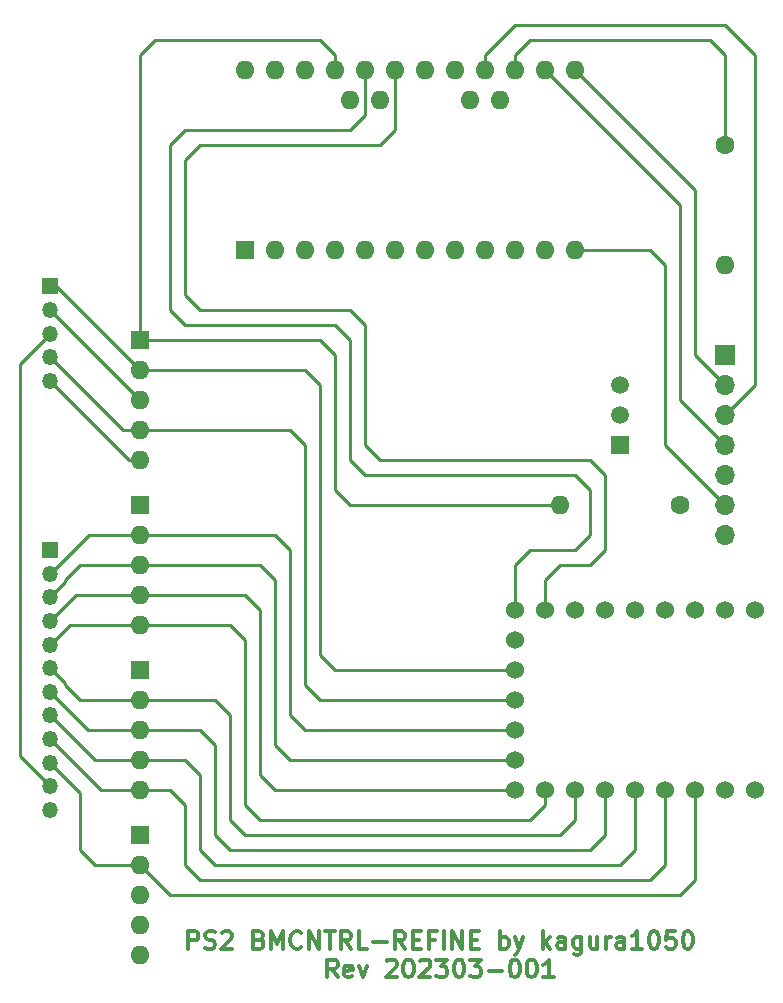
<source format=gtl>
G04 #@! TF.GenerationSoftware,KiCad,Pcbnew,(6.0.1)*
G04 #@! TF.CreationDate,2023-03-09T23:42:47+09:00*
G04 #@! TF.ProjectId,iidx_pcb,69696478-5f70-4636-922e-6b696361645f,rev?*
G04 #@! TF.SameCoordinates,Original*
G04 #@! TF.FileFunction,Copper,L1,Top*
G04 #@! TF.FilePolarity,Positive*
%FSLAX46Y46*%
G04 Gerber Fmt 4.6, Leading zero omitted, Abs format (unit mm)*
G04 Created by KiCad (PCBNEW (6.0.1)) date 2023-03-09 23:42:47*
%MOMM*%
%LPD*%
G01*
G04 APERTURE LIST*
%ADD10C,0.300000*%
G04 #@! TA.AperFunction,NonConductor*
%ADD11C,0.300000*%
G04 #@! TD*
G04 #@! TA.AperFunction,ComponentPad*
%ADD12C,1.600000*%
G04 #@! TD*
G04 #@! TA.AperFunction,ComponentPad*
%ADD13O,1.600000X1.600000*%
G04 #@! TD*
G04 #@! TA.AperFunction,ComponentPad*
%ADD14R,1.600000X1.600000*%
G04 #@! TD*
G04 #@! TA.AperFunction,ComponentPad*
%ADD15C,1.524000*%
G04 #@! TD*
G04 #@! TA.AperFunction,ComponentPad*
%ADD16R,1.700000X1.700000*%
G04 #@! TD*
G04 #@! TA.AperFunction,ComponentPad*
%ADD17O,1.700000X1.700000*%
G04 #@! TD*
G04 #@! TA.AperFunction,ComponentPad*
%ADD18R,1.350000X1.350000*%
G04 #@! TD*
G04 #@! TA.AperFunction,ComponentPad*
%ADD19O,1.350000X1.350000*%
G04 #@! TD*
G04 #@! TA.AperFunction,ComponentPad*
%ADD20R,1.500000X1.500000*%
G04 #@! TD*
G04 #@! TA.AperFunction,ComponentPad*
%ADD21C,1.500000*%
G04 #@! TD*
G04 #@! TA.AperFunction,Conductor*
%ADD22C,0.250000*%
G04 #@! TD*
G04 APERTURE END LIST*
D10*
D11*
X62498571Y-148061071D02*
X62498571Y-146561071D01*
X63069999Y-146561071D01*
X63212857Y-146632500D01*
X63284285Y-146703928D01*
X63355714Y-146846785D01*
X63355714Y-147061071D01*
X63284285Y-147203928D01*
X63212857Y-147275357D01*
X63069999Y-147346785D01*
X62498571Y-147346785D01*
X63927142Y-147989642D02*
X64141428Y-148061071D01*
X64498571Y-148061071D01*
X64641428Y-147989642D01*
X64712857Y-147918214D01*
X64784285Y-147775357D01*
X64784285Y-147632500D01*
X64712857Y-147489642D01*
X64641428Y-147418214D01*
X64498571Y-147346785D01*
X64212857Y-147275357D01*
X64069999Y-147203928D01*
X63998571Y-147132500D01*
X63927142Y-146989642D01*
X63927142Y-146846785D01*
X63998571Y-146703928D01*
X64069999Y-146632500D01*
X64212857Y-146561071D01*
X64569999Y-146561071D01*
X64784285Y-146632500D01*
X65355714Y-146703928D02*
X65427142Y-146632500D01*
X65569999Y-146561071D01*
X65927142Y-146561071D01*
X66069999Y-146632500D01*
X66141428Y-146703928D01*
X66212857Y-146846785D01*
X66212857Y-146989642D01*
X66141428Y-147203928D01*
X65284285Y-148061071D01*
X66212857Y-148061071D01*
X68498571Y-147275357D02*
X68712857Y-147346785D01*
X68784285Y-147418214D01*
X68855714Y-147561071D01*
X68855714Y-147775357D01*
X68784285Y-147918214D01*
X68712857Y-147989642D01*
X68570000Y-148061071D01*
X67998571Y-148061071D01*
X67998571Y-146561071D01*
X68498571Y-146561071D01*
X68641428Y-146632500D01*
X68712857Y-146703928D01*
X68784285Y-146846785D01*
X68784285Y-146989642D01*
X68712857Y-147132500D01*
X68641428Y-147203928D01*
X68498571Y-147275357D01*
X67998571Y-147275357D01*
X69498571Y-148061071D02*
X69498571Y-146561071D01*
X69998571Y-147632500D01*
X70498571Y-146561071D01*
X70498571Y-148061071D01*
X72070000Y-147918214D02*
X71998571Y-147989642D01*
X71784285Y-148061071D01*
X71641428Y-148061071D01*
X71427142Y-147989642D01*
X71284285Y-147846785D01*
X71212857Y-147703928D01*
X71141428Y-147418214D01*
X71141428Y-147203928D01*
X71212857Y-146918214D01*
X71284285Y-146775357D01*
X71427142Y-146632500D01*
X71641428Y-146561071D01*
X71784285Y-146561071D01*
X71998571Y-146632500D01*
X72070000Y-146703928D01*
X72712857Y-148061071D02*
X72712857Y-146561071D01*
X73570000Y-148061071D01*
X73570000Y-146561071D01*
X74070000Y-146561071D02*
X74927142Y-146561071D01*
X74498571Y-148061071D02*
X74498571Y-146561071D01*
X76284285Y-148061071D02*
X75784285Y-147346785D01*
X75427142Y-148061071D02*
X75427142Y-146561071D01*
X75998571Y-146561071D01*
X76141428Y-146632500D01*
X76212857Y-146703928D01*
X76284285Y-146846785D01*
X76284285Y-147061071D01*
X76212857Y-147203928D01*
X76141428Y-147275357D01*
X75998571Y-147346785D01*
X75427142Y-147346785D01*
X77641428Y-148061071D02*
X76927142Y-148061071D01*
X76927142Y-146561071D01*
X78141428Y-147489642D02*
X79284285Y-147489642D01*
X80855714Y-148061071D02*
X80355714Y-147346785D01*
X79998571Y-148061071D02*
X79998571Y-146561071D01*
X80570000Y-146561071D01*
X80712857Y-146632500D01*
X80784285Y-146703928D01*
X80855714Y-146846785D01*
X80855714Y-147061071D01*
X80784285Y-147203928D01*
X80712857Y-147275357D01*
X80570000Y-147346785D01*
X79998571Y-147346785D01*
X81498571Y-147275357D02*
X81998571Y-147275357D01*
X82212857Y-148061071D02*
X81498571Y-148061071D01*
X81498571Y-146561071D01*
X82212857Y-146561071D01*
X83355714Y-147275357D02*
X82855714Y-147275357D01*
X82855714Y-148061071D02*
X82855714Y-146561071D01*
X83570000Y-146561071D01*
X84141428Y-148061071D02*
X84141428Y-146561071D01*
X84855714Y-148061071D02*
X84855714Y-146561071D01*
X85712857Y-148061071D01*
X85712857Y-146561071D01*
X86427142Y-147275357D02*
X86927142Y-147275357D01*
X87141428Y-148061071D02*
X86427142Y-148061071D01*
X86427142Y-146561071D01*
X87141428Y-146561071D01*
X88927142Y-148061071D02*
X88927142Y-146561071D01*
X88927142Y-147132500D02*
X89070000Y-147061071D01*
X89355714Y-147061071D01*
X89498571Y-147132500D01*
X89570000Y-147203928D01*
X89641428Y-147346785D01*
X89641428Y-147775357D01*
X89570000Y-147918214D01*
X89498571Y-147989642D01*
X89355714Y-148061071D01*
X89070000Y-148061071D01*
X88927142Y-147989642D01*
X90141428Y-147061071D02*
X90498571Y-148061071D01*
X90855714Y-147061071D02*
X90498571Y-148061071D01*
X90355714Y-148418214D01*
X90284285Y-148489642D01*
X90141428Y-148561071D01*
X92570000Y-148061071D02*
X92570000Y-146561071D01*
X92712857Y-147489642D02*
X93141428Y-148061071D01*
X93141428Y-147061071D02*
X92570000Y-147632500D01*
X94427142Y-148061071D02*
X94427142Y-147275357D01*
X94355714Y-147132500D01*
X94212857Y-147061071D01*
X93927142Y-147061071D01*
X93784285Y-147132500D01*
X94427142Y-147989642D02*
X94284285Y-148061071D01*
X93927142Y-148061071D01*
X93784285Y-147989642D01*
X93712857Y-147846785D01*
X93712857Y-147703928D01*
X93784285Y-147561071D01*
X93927142Y-147489642D01*
X94284285Y-147489642D01*
X94427142Y-147418214D01*
X95784285Y-147061071D02*
X95784285Y-148275357D01*
X95712857Y-148418214D01*
X95641428Y-148489642D01*
X95498571Y-148561071D01*
X95284285Y-148561071D01*
X95141428Y-148489642D01*
X95784285Y-147989642D02*
X95641428Y-148061071D01*
X95355714Y-148061071D01*
X95212857Y-147989642D01*
X95141428Y-147918214D01*
X95070000Y-147775357D01*
X95070000Y-147346785D01*
X95141428Y-147203928D01*
X95212857Y-147132500D01*
X95355714Y-147061071D01*
X95641428Y-147061071D01*
X95784285Y-147132500D01*
X97141428Y-147061071D02*
X97141428Y-148061071D01*
X96498571Y-147061071D02*
X96498571Y-147846785D01*
X96569999Y-147989642D01*
X96712857Y-148061071D01*
X96927142Y-148061071D01*
X97069999Y-147989642D01*
X97141428Y-147918214D01*
X97855714Y-148061071D02*
X97855714Y-147061071D01*
X97855714Y-147346785D02*
X97927142Y-147203928D01*
X97998571Y-147132500D01*
X98141428Y-147061071D01*
X98284285Y-147061071D01*
X99427142Y-148061071D02*
X99427142Y-147275357D01*
X99355714Y-147132500D01*
X99212857Y-147061071D01*
X98927142Y-147061071D01*
X98784285Y-147132500D01*
X99427142Y-147989642D02*
X99284285Y-148061071D01*
X98927142Y-148061071D01*
X98784285Y-147989642D01*
X98712857Y-147846785D01*
X98712857Y-147703928D01*
X98784285Y-147561071D01*
X98927142Y-147489642D01*
X99284285Y-147489642D01*
X99427142Y-147418214D01*
X100927142Y-148061071D02*
X100069999Y-148061071D01*
X100498571Y-148061071D02*
X100498571Y-146561071D01*
X100355714Y-146775357D01*
X100212857Y-146918214D01*
X100069999Y-146989642D01*
X101855714Y-146561071D02*
X101998571Y-146561071D01*
X102141428Y-146632500D01*
X102212857Y-146703928D01*
X102284285Y-146846785D01*
X102355714Y-147132500D01*
X102355714Y-147489642D01*
X102284285Y-147775357D01*
X102212857Y-147918214D01*
X102141428Y-147989642D01*
X101998571Y-148061071D01*
X101855714Y-148061071D01*
X101712857Y-147989642D01*
X101641428Y-147918214D01*
X101569999Y-147775357D01*
X101498571Y-147489642D01*
X101498571Y-147132500D01*
X101569999Y-146846785D01*
X101641428Y-146703928D01*
X101712857Y-146632500D01*
X101855714Y-146561071D01*
X103712857Y-146561071D02*
X102998571Y-146561071D01*
X102927142Y-147275357D01*
X102998571Y-147203928D01*
X103141428Y-147132500D01*
X103498571Y-147132500D01*
X103641428Y-147203928D01*
X103712857Y-147275357D01*
X103784285Y-147418214D01*
X103784285Y-147775357D01*
X103712857Y-147918214D01*
X103641428Y-147989642D01*
X103498571Y-148061071D01*
X103141428Y-148061071D01*
X102998571Y-147989642D01*
X102927142Y-147918214D01*
X104712857Y-146561071D02*
X104855714Y-146561071D01*
X104998571Y-146632500D01*
X105069999Y-146703928D01*
X105141428Y-146846785D01*
X105212857Y-147132500D01*
X105212857Y-147489642D01*
X105141428Y-147775357D01*
X105069999Y-147918214D01*
X104998571Y-147989642D01*
X104855714Y-148061071D01*
X104712857Y-148061071D01*
X104569999Y-147989642D01*
X104498571Y-147918214D01*
X104427142Y-147775357D01*
X104355714Y-147489642D01*
X104355714Y-147132500D01*
X104427142Y-146846785D01*
X104498571Y-146703928D01*
X104569999Y-146632500D01*
X104712857Y-146561071D01*
X75141428Y-150476071D02*
X74641428Y-149761785D01*
X74284285Y-150476071D02*
X74284285Y-148976071D01*
X74855714Y-148976071D01*
X74998571Y-149047500D01*
X75070000Y-149118928D01*
X75141428Y-149261785D01*
X75141428Y-149476071D01*
X75070000Y-149618928D01*
X74998571Y-149690357D01*
X74855714Y-149761785D01*
X74284285Y-149761785D01*
X76355714Y-150404642D02*
X76212857Y-150476071D01*
X75927142Y-150476071D01*
X75784285Y-150404642D01*
X75712857Y-150261785D01*
X75712857Y-149690357D01*
X75784285Y-149547500D01*
X75927142Y-149476071D01*
X76212857Y-149476071D01*
X76355714Y-149547500D01*
X76427142Y-149690357D01*
X76427142Y-149833214D01*
X75712857Y-149976071D01*
X76927142Y-149476071D02*
X77284285Y-150476071D01*
X77641428Y-149476071D01*
X79284285Y-149118928D02*
X79355714Y-149047500D01*
X79498571Y-148976071D01*
X79855714Y-148976071D01*
X79998571Y-149047500D01*
X80070000Y-149118928D01*
X80141428Y-149261785D01*
X80141428Y-149404642D01*
X80070000Y-149618928D01*
X79212857Y-150476071D01*
X80141428Y-150476071D01*
X81070000Y-148976071D02*
X81212857Y-148976071D01*
X81355714Y-149047500D01*
X81427142Y-149118928D01*
X81498571Y-149261785D01*
X81570000Y-149547500D01*
X81570000Y-149904642D01*
X81498571Y-150190357D01*
X81427142Y-150333214D01*
X81355714Y-150404642D01*
X81212857Y-150476071D01*
X81070000Y-150476071D01*
X80927142Y-150404642D01*
X80855714Y-150333214D01*
X80784285Y-150190357D01*
X80712857Y-149904642D01*
X80712857Y-149547500D01*
X80784285Y-149261785D01*
X80855714Y-149118928D01*
X80927142Y-149047500D01*
X81070000Y-148976071D01*
X82141428Y-149118928D02*
X82212857Y-149047500D01*
X82355714Y-148976071D01*
X82712857Y-148976071D01*
X82855714Y-149047500D01*
X82927142Y-149118928D01*
X82998571Y-149261785D01*
X82998571Y-149404642D01*
X82927142Y-149618928D01*
X82070000Y-150476071D01*
X82998571Y-150476071D01*
X83498571Y-148976071D02*
X84427142Y-148976071D01*
X83927142Y-149547500D01*
X84141428Y-149547500D01*
X84284285Y-149618928D01*
X84355714Y-149690357D01*
X84427142Y-149833214D01*
X84427142Y-150190357D01*
X84355714Y-150333214D01*
X84284285Y-150404642D01*
X84141428Y-150476071D01*
X83712857Y-150476071D01*
X83570000Y-150404642D01*
X83498571Y-150333214D01*
X85355714Y-148976071D02*
X85498571Y-148976071D01*
X85641428Y-149047500D01*
X85712857Y-149118928D01*
X85784285Y-149261785D01*
X85855714Y-149547500D01*
X85855714Y-149904642D01*
X85784285Y-150190357D01*
X85712857Y-150333214D01*
X85641428Y-150404642D01*
X85498571Y-150476071D01*
X85355714Y-150476071D01*
X85212857Y-150404642D01*
X85141428Y-150333214D01*
X85070000Y-150190357D01*
X84998571Y-149904642D01*
X84998571Y-149547500D01*
X85070000Y-149261785D01*
X85141428Y-149118928D01*
X85212857Y-149047500D01*
X85355714Y-148976071D01*
X86355714Y-148976071D02*
X87284285Y-148976071D01*
X86784285Y-149547500D01*
X86998571Y-149547500D01*
X87141428Y-149618928D01*
X87212857Y-149690357D01*
X87284285Y-149833214D01*
X87284285Y-150190357D01*
X87212857Y-150333214D01*
X87141428Y-150404642D01*
X86998571Y-150476071D01*
X86570000Y-150476071D01*
X86427142Y-150404642D01*
X86355714Y-150333214D01*
X87927142Y-149904642D02*
X89070000Y-149904642D01*
X90070000Y-148976071D02*
X90212857Y-148976071D01*
X90355714Y-149047500D01*
X90427142Y-149118928D01*
X90498571Y-149261785D01*
X90570000Y-149547500D01*
X90570000Y-149904642D01*
X90498571Y-150190357D01*
X90427142Y-150333214D01*
X90355714Y-150404642D01*
X90212857Y-150476071D01*
X90070000Y-150476071D01*
X89927142Y-150404642D01*
X89855714Y-150333214D01*
X89784285Y-150190357D01*
X89712857Y-149904642D01*
X89712857Y-149547500D01*
X89784285Y-149261785D01*
X89855714Y-149118928D01*
X89927142Y-149047500D01*
X90070000Y-148976071D01*
X91498571Y-148976071D02*
X91641428Y-148976071D01*
X91784285Y-149047500D01*
X91855714Y-149118928D01*
X91927142Y-149261785D01*
X91998571Y-149547500D01*
X91998571Y-149904642D01*
X91927142Y-150190357D01*
X91855714Y-150333214D01*
X91784285Y-150404642D01*
X91641428Y-150476071D01*
X91498571Y-150476071D01*
X91355714Y-150404642D01*
X91284285Y-150333214D01*
X91212857Y-150190357D01*
X91141428Y-149904642D01*
X91141428Y-149547500D01*
X91212857Y-149261785D01*
X91284285Y-149118928D01*
X91355714Y-149047500D01*
X91498571Y-148976071D01*
X93427142Y-150476071D02*
X92570000Y-150476071D01*
X92998571Y-150476071D02*
X92998571Y-148976071D01*
X92855714Y-149190357D01*
X92712857Y-149333214D01*
X92570000Y-149404642D01*
D12*
X107950000Y-80010000D03*
D13*
X107950000Y-90170000D03*
D14*
X58420000Y-110490000D03*
D13*
X58420000Y-113030000D03*
X58420000Y-115570000D03*
X58420000Y-118110000D03*
X58420000Y-120650000D03*
D15*
X110490000Y-134620000D03*
X107950000Y-134620000D03*
X105410000Y-134620000D03*
X102870000Y-134620000D03*
X100330000Y-134620000D03*
X97790000Y-134620000D03*
X95250000Y-134620000D03*
X92710000Y-134620000D03*
X90170000Y-134620000D03*
X90170000Y-132080000D03*
X90170000Y-129540000D03*
X90170000Y-127000000D03*
X90170000Y-124460000D03*
X90170000Y-121920000D03*
X90170000Y-119380000D03*
X92710000Y-119380000D03*
X95250000Y-119380000D03*
X97790000Y-119380000D03*
X100330000Y-119380000D03*
X102870000Y-119380000D03*
X105410000Y-119380000D03*
X107950000Y-119380000D03*
X110490000Y-119380000D03*
D16*
X107950000Y-97790000D03*
D17*
X107950000Y-100330000D03*
X107950000Y-102870000D03*
X107950000Y-105410000D03*
X107950000Y-107950000D03*
X107950000Y-110490000D03*
X107950000Y-113030000D03*
D14*
X58420000Y-138430000D03*
D13*
X58420000Y-140970000D03*
X58420000Y-143510000D03*
X58420000Y-146050000D03*
X58420000Y-148590000D03*
D14*
X58420000Y-96520000D03*
D13*
X58420000Y-99060000D03*
X58420000Y-101600000D03*
X58420000Y-104140000D03*
X58420000Y-106680000D03*
D18*
X50800000Y-91980000D03*
D19*
X50800000Y-93980000D03*
X50800000Y-95980000D03*
X50800000Y-97980000D03*
X50800000Y-99980000D03*
D20*
X99060000Y-105410000D03*
D21*
X99060000Y-102870000D03*
X99060000Y-100330000D03*
D18*
X50800000Y-114300000D03*
D19*
X50800000Y-116300000D03*
X50800000Y-118300000D03*
X50800000Y-120300000D03*
X50800000Y-122300000D03*
X50800000Y-124300000D03*
X50800000Y-126300000D03*
X50800000Y-128300000D03*
X50800000Y-130300000D03*
X50800000Y-132300000D03*
X50800000Y-134300000D03*
X50800000Y-136300000D03*
D12*
X104115000Y-110470000D03*
D13*
X93955000Y-110470000D03*
D14*
X58420000Y-124460000D03*
D13*
X58420000Y-127000000D03*
X58420000Y-129540000D03*
X58420000Y-132080000D03*
X58420000Y-134620000D03*
D14*
X67310000Y-88900000D03*
D13*
X69850000Y-88900000D03*
X72390000Y-88900000D03*
X74930000Y-88900000D03*
X77470000Y-88900000D03*
X80010000Y-88900000D03*
X82550000Y-88900000D03*
X85090000Y-88900000D03*
X87630000Y-88900000D03*
X90170000Y-88900000D03*
X92710000Y-88900000D03*
X95250000Y-88900000D03*
X95250000Y-73660000D03*
X92710000Y-73660000D03*
X90170000Y-73660000D03*
X87630000Y-73660000D03*
X85090000Y-73660000D03*
X82550000Y-73660000D03*
X80010000Y-73660000D03*
X77470000Y-73660000D03*
X74930000Y-73660000D03*
X72390000Y-73660000D03*
X69850000Y-73660000D03*
X67310000Y-73660000D03*
X78740000Y-76200000D03*
X76200000Y-76200000D03*
X88900000Y-76200000D03*
X86360000Y-76200000D03*
D22*
X48260000Y-98520000D02*
X48260000Y-131760000D01*
X48260000Y-131760000D02*
X50800000Y-134300000D01*
X50800000Y-95980000D02*
X48260000Y-98520000D01*
X76180000Y-110470000D02*
X74930000Y-109220000D01*
X93955000Y-110470000D02*
X76180000Y-110470000D01*
X58420000Y-72390000D02*
X59690000Y-71120000D01*
X74930000Y-72390000D02*
X74930000Y-73660000D01*
X73660000Y-96520000D02*
X58420000Y-96520000D01*
X74930000Y-97790000D02*
X73660000Y-96520000D01*
X59690000Y-71120000D02*
X73660000Y-71120000D01*
X58420000Y-96520000D02*
X58420000Y-72390000D01*
X74930000Y-109220000D02*
X74930000Y-97790000D01*
X73660000Y-71120000D02*
X74930000Y-72390000D01*
X105410000Y-97790000D02*
X107950000Y-100330000D01*
X95250000Y-73660000D02*
X105410000Y-83820000D01*
X105410000Y-83820000D02*
X105410000Y-97790000D01*
X87630000Y-73660000D02*
X87630000Y-72390000D01*
X110490000Y-100330000D02*
X107950000Y-102870000D01*
X87630000Y-72390000D02*
X90170000Y-69850000D01*
X107950000Y-69850000D02*
X110490000Y-72390000D01*
X90170000Y-69850000D02*
X107950000Y-69850000D01*
X110490000Y-72390000D02*
X110490000Y-100330000D01*
X92710000Y-73660000D02*
X104140000Y-85090000D01*
X104140000Y-85090000D02*
X104140000Y-101600000D01*
X104140000Y-101600000D02*
X107950000Y-105410000D01*
X101600000Y-88900000D02*
X102870000Y-90170000D01*
X102870000Y-90170000D02*
X102870000Y-105410000D01*
X95250000Y-88900000D02*
X101600000Y-88900000D01*
X102870000Y-105410000D02*
X107950000Y-110490000D01*
X73660000Y-123190000D02*
X74930000Y-124460000D01*
X58420000Y-99060000D02*
X72390000Y-99060000D01*
X72390000Y-99060000D02*
X73660000Y-100330000D01*
X73660000Y-100330000D02*
X73660000Y-123190000D01*
X50800000Y-91980000D02*
X51340000Y-91980000D01*
X51340000Y-91980000D02*
X58420000Y-99060000D01*
X74930000Y-124460000D02*
X90170000Y-124460000D01*
X50800000Y-93980000D02*
X58420000Y-101600000D01*
X72390000Y-125730000D02*
X73660000Y-127000000D01*
X56960000Y-104140000D02*
X58420000Y-104140000D01*
X73660000Y-127000000D02*
X90170000Y-127000000D01*
X72390000Y-105410000D02*
X72390000Y-125730000D01*
X71120000Y-104140000D02*
X72390000Y-105410000D01*
X58420000Y-104140000D02*
X71120000Y-104140000D01*
X50800000Y-97980000D02*
X56960000Y-104140000D01*
X57500000Y-106680000D02*
X58420000Y-106680000D01*
X50800000Y-99980000D02*
X57500000Y-106680000D01*
X72390000Y-129540000D02*
X90170000Y-129540000D01*
X58420000Y-113030000D02*
X69850000Y-113030000D01*
X71120000Y-114300000D02*
X71120000Y-128270000D01*
X69850000Y-113030000D02*
X71120000Y-114300000D01*
X54070000Y-113030000D02*
X58420000Y-113030000D01*
X71120000Y-128270000D02*
X72390000Y-129540000D01*
X50800000Y-116300000D02*
X54070000Y-113030000D01*
X58420000Y-115570000D02*
X68580000Y-115570000D01*
X53340000Y-115570000D02*
X58420000Y-115570000D01*
X69850000Y-130810000D02*
X71120000Y-132080000D01*
X74930000Y-132080000D02*
X90170000Y-132080000D01*
X52070000Y-116840000D02*
X53340000Y-115570000D01*
X50800000Y-118300000D02*
X52070000Y-117030000D01*
X68580000Y-115570000D02*
X69850000Y-116840000D01*
X69850000Y-116840000D02*
X69850000Y-130810000D01*
X71120000Y-132080000D02*
X90170000Y-132080000D01*
X52070000Y-117030000D02*
X52070000Y-116840000D01*
X69850000Y-134620000D02*
X82550000Y-134620000D01*
X68580000Y-133350000D02*
X69850000Y-134620000D01*
X74930000Y-134620000D02*
X82550000Y-134620000D01*
X58420000Y-118110000D02*
X67310000Y-118110000D01*
X67310000Y-118110000D02*
X68580000Y-119380000D01*
X52990000Y-118110000D02*
X58420000Y-118110000D01*
X82550000Y-134620000D02*
X90170000Y-134620000D01*
X50800000Y-120300000D02*
X52990000Y-118110000D01*
X68580000Y-119380000D02*
X68580000Y-133350000D01*
X67310000Y-135890000D02*
X68580000Y-137160000D01*
X52450000Y-120650000D02*
X58420000Y-120650000D01*
X50800000Y-122300000D02*
X52450000Y-120650000D01*
X67310000Y-121920000D02*
X67310000Y-135890000D01*
X68580000Y-137160000D02*
X86360000Y-137160000D01*
X92710000Y-134620000D02*
X92710000Y-135890000D01*
X58420000Y-120650000D02*
X66040000Y-120650000D01*
X92710000Y-135890000D02*
X91440000Y-137160000D01*
X91440000Y-137160000D02*
X86360000Y-137160000D01*
X86360000Y-137160000D02*
X74930000Y-137160000D01*
X66040000Y-120650000D02*
X67310000Y-121920000D01*
X64770000Y-127000000D02*
X66040000Y-128270000D01*
X95250000Y-137160000D02*
X95250000Y-134620000D01*
X58420000Y-127000000D02*
X64770000Y-127000000D01*
X66040000Y-137160000D02*
X67310000Y-138430000D01*
X52070000Y-125730000D02*
X53340000Y-127000000D01*
X66040000Y-128270000D02*
X66040000Y-137160000D01*
X50800000Y-124300000D02*
X52070000Y-125570000D01*
X52070000Y-125570000D02*
X52070000Y-125730000D01*
X93980000Y-138430000D02*
X95250000Y-137160000D01*
X67310000Y-138430000D02*
X93980000Y-138430000D01*
X53340000Y-127000000D02*
X58420000Y-127000000D01*
X58420000Y-129540000D02*
X63500000Y-129540000D01*
X54040000Y-129540000D02*
X58420000Y-129540000D01*
X50800000Y-126300000D02*
X54040000Y-129540000D01*
X97790000Y-138430000D02*
X97790000Y-134620000D01*
X96520000Y-139700000D02*
X97790000Y-138430000D01*
X63500000Y-129540000D02*
X64770000Y-130810000D01*
X64770000Y-138430000D02*
X66040000Y-139700000D01*
X64770000Y-130810000D02*
X64770000Y-138430000D01*
X66040000Y-139700000D02*
X96520000Y-139700000D01*
X62230000Y-132080000D02*
X63500000Y-133350000D01*
X64770000Y-140970000D02*
X99060000Y-140970000D01*
X63500000Y-139700000D02*
X64770000Y-140970000D01*
X54610000Y-132080000D02*
X58420000Y-132080000D01*
X100330000Y-139700000D02*
X100330000Y-134620000D01*
X53340000Y-130810000D02*
X54610000Y-132080000D01*
X99060000Y-140970000D02*
X100330000Y-139700000D01*
X50800000Y-128300000D02*
X53310000Y-130810000D01*
X63500000Y-133350000D02*
X63500000Y-139700000D01*
X58420000Y-132080000D02*
X62230000Y-132080000D01*
X53310000Y-130810000D02*
X53340000Y-130810000D01*
X63500000Y-142240000D02*
X101600000Y-142240000D01*
X101600000Y-142240000D02*
X102870000Y-140970000D01*
X60960000Y-134620000D02*
X62230000Y-135890000D01*
X62230000Y-135890000D02*
X62230000Y-140970000D01*
X58420000Y-134620000D02*
X60960000Y-134620000D01*
X62230000Y-140970000D02*
X63500000Y-142240000D01*
X50800000Y-130300000D02*
X55120000Y-134620000D01*
X102870000Y-140970000D02*
X102870000Y-134620000D01*
X55120000Y-134620000D02*
X58420000Y-134620000D01*
X50800000Y-132300000D02*
X53340000Y-134840000D01*
X54610000Y-140970000D02*
X58420000Y-140970000D01*
X58420000Y-140970000D02*
X60960000Y-143510000D01*
X53340000Y-134840000D02*
X53340000Y-139700000D01*
X104140000Y-143510000D02*
X105410000Y-142240000D01*
X105410000Y-142240000D02*
X105410000Y-134620000D01*
X60960000Y-143510000D02*
X104140000Y-143510000D01*
X53340000Y-139700000D02*
X54610000Y-140970000D01*
X106680000Y-71120000D02*
X107950000Y-72390000D01*
X90170000Y-73660000D02*
X90170000Y-72390000D01*
X91440000Y-71120000D02*
X106680000Y-71120000D01*
X90170000Y-72390000D02*
X91440000Y-71120000D01*
X107950000Y-72390000D02*
X107950000Y-80010000D01*
X90170000Y-115570000D02*
X91440000Y-114300000D01*
X60960000Y-93980000D02*
X60960000Y-80010000D01*
X77470000Y-77470000D02*
X77470000Y-73660000D01*
X76200000Y-96520000D02*
X74930000Y-95250000D01*
X95250000Y-114300000D02*
X96520000Y-113030000D01*
X96520000Y-109220000D02*
X95250000Y-107950000D01*
X95250000Y-107950000D02*
X77470000Y-107950000D01*
X62230000Y-78740000D02*
X76200000Y-78740000D01*
X60960000Y-80010000D02*
X62230000Y-78740000D01*
X96520000Y-113030000D02*
X96520000Y-109220000D01*
X76200000Y-78740000D02*
X77470000Y-77470000D01*
X74930000Y-95250000D02*
X62230000Y-95250000D01*
X62230000Y-95250000D02*
X60960000Y-93980000D01*
X76200000Y-106680000D02*
X76200000Y-96520000D01*
X90170000Y-119380000D02*
X90170000Y-115570000D01*
X77470000Y-107950000D02*
X76200000Y-106680000D01*
X91440000Y-114300000D02*
X95250000Y-114300000D01*
X78740000Y-80010000D02*
X80010000Y-78740000D01*
X80010000Y-78740000D02*
X80010000Y-73660000D01*
X96520000Y-106680000D02*
X78740000Y-106680000D01*
X96520000Y-115570000D02*
X97790000Y-114300000D01*
X63500000Y-93980000D02*
X62230000Y-92710000D01*
X93980000Y-115570000D02*
X96520000Y-115570000D01*
X97790000Y-107950000D02*
X96520000Y-106680000D01*
X78740000Y-106680000D02*
X77470000Y-105410000D01*
X77470000Y-105410000D02*
X77470000Y-95250000D01*
X77470000Y-95250000D02*
X76200000Y-93980000D01*
X97790000Y-114300000D02*
X97790000Y-107950000D01*
X62230000Y-81280000D02*
X63500000Y-80010000D01*
X92710000Y-119380000D02*
X92710000Y-116840000D01*
X62230000Y-92710000D02*
X62230000Y-81280000D01*
X63500000Y-80010000D02*
X78740000Y-80010000D01*
X92710000Y-116840000D02*
X93980000Y-115570000D01*
X76200000Y-93980000D02*
X63500000Y-93980000D01*
M02*

</source>
